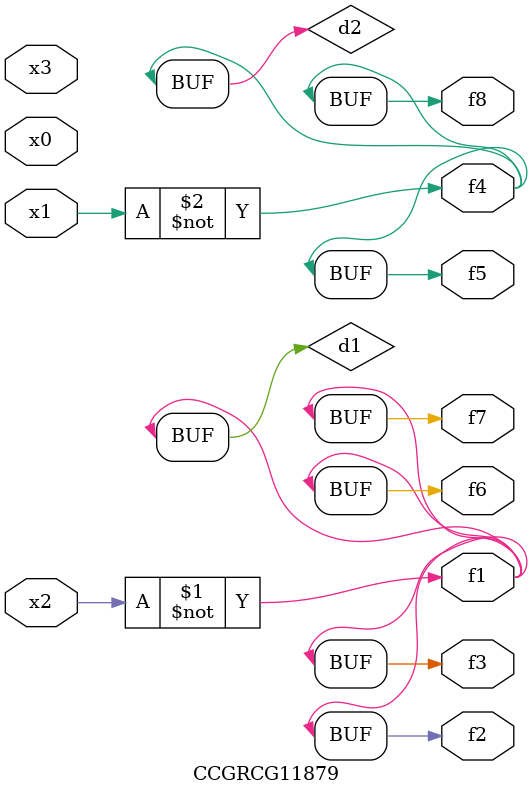
<source format=v>
module CCGRCG11879(
	input x0, x1, x2, x3,
	output f1, f2, f3, f4, f5, f6, f7, f8
);

	wire d1, d2;

	xnor (d1, x2);
	not (d2, x1);
	assign f1 = d1;
	assign f2 = d1;
	assign f3 = d1;
	assign f4 = d2;
	assign f5 = d2;
	assign f6 = d1;
	assign f7 = d1;
	assign f8 = d2;
endmodule

</source>
